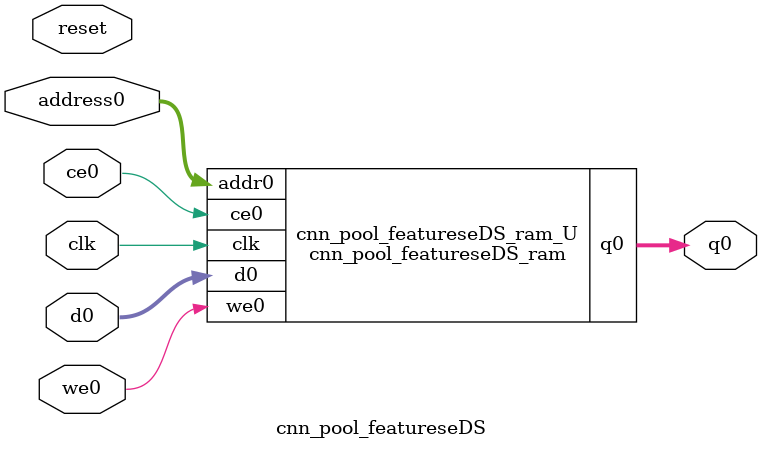
<source format=v>
`timescale 1 ns / 1 ps
module cnn_pool_featureseDS_ram (addr0, ce0, d0, we0, q0,  clk);

parameter DWIDTH = 13;
parameter AWIDTH = 8;
parameter MEM_SIZE = 160;

input[AWIDTH-1:0] addr0;
input ce0;
input[DWIDTH-1:0] d0;
input we0;
output reg[DWIDTH-1:0] q0;
input clk;

(* ram_style = "block" *)reg [DWIDTH-1:0] ram[0:MEM_SIZE-1];




always @(posedge clk)  
begin 
    if (ce0) 
    begin
        if (we0) 
        begin 
            ram[addr0] <= d0; 
        end 
        q0 <= ram[addr0];
    end
end


endmodule

`timescale 1 ns / 1 ps
module cnn_pool_featureseDS(
    reset,
    clk,
    address0,
    ce0,
    we0,
    d0,
    q0);

parameter DataWidth = 32'd13;
parameter AddressRange = 32'd160;
parameter AddressWidth = 32'd8;
input reset;
input clk;
input[AddressWidth - 1:0] address0;
input ce0;
input we0;
input[DataWidth - 1:0] d0;
output[DataWidth - 1:0] q0;



cnn_pool_featureseDS_ram cnn_pool_featureseDS_ram_U(
    .clk( clk ),
    .addr0( address0 ),
    .ce0( ce0 ),
    .we0( we0 ),
    .d0( d0 ),
    .q0( q0 ));

endmodule


</source>
